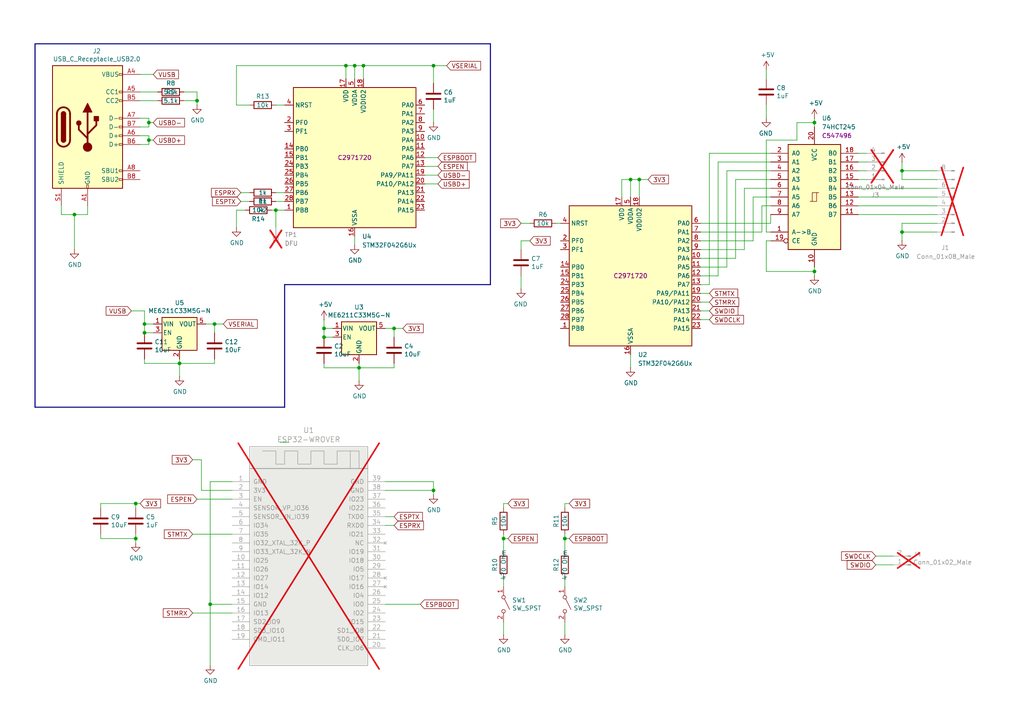
<source format=kicad_sch>
(kicad_sch (version 20250114) (generator "eeschema") (generator_version "9.0")
  (paper "A4")
  (lib_symbols
    (symbol "74xx:74HC245" (pin_names (offset 1.016))
      (property "Reference" "U" (at -7.62 16.51 0))
      (property "Value" "74HC245" (at -7.62 -16.51 0))
      (symbol "74HC245_1_0"
        (polyline (pts (xy -1.27 -1.27) (xy 0.635 -1.27) (xy 0.635 1.27) (xy 1.27 1.27)))
        (polyline (pts (xy -0.635 -1.27) (xy -0.635 1.27) (xy 0.635 1.27)))
        (pin tri_state line (at -12.7 12.7 0) (length 5.08) (name "A0") (number "2"))
        (pin tri_state line (at -12.7 10.16 0) (length 5.08) (name "A1") (number "3"))
        (pin tri_state line (at -12.7 7.62 0) (length 5.08) (name "A2") (number "4"))
        (pin tri_state line (at -12.7 5.08 0) (length 5.08) (name "A3") (number "5"))
        (pin tri_state line (at -12.7 2.54 0) (length 5.08) (name "A4") (number "6"))
        (pin tri_state line (at -12.7 0 0) (length 5.08) (name "A5") (number "7"))
        (pin tri_state line (at -12.7 -2.54 0) (length 5.08) (name "A6") (number "8"))
        (pin tri_state line (at -12.7 -5.08 0) (length 5.08) (name "A7") (number "9"))
        (pin input line (at -12.7 -10.16 0) (length 5.08) (name "A->B") (number "1"))
        (pin input inverted (at -12.7 -12.7 0) (length 5.08) (name "CE") (number "19"))
        (pin power_in line (at 0 20.32 270) (length 5.08) (name "VCC") (number "20"))
        (pin power_in line (at 0 -20.32 90) (length 5.08) (name "GND") (number "10"))
        (pin tri_state line (at 12.7 12.7 180) (length 5.08) (name "B0") (number "18"))
        (pin tri_state line (at 12.7 10.16 180) (length 5.08) (name "B1") (number "17"))
        (pin tri_state line (at 12.7 7.62 180) (length 5.08) (name "B2") (number "16"))
        (pin tri_state line (at 12.7 5.08 180) (length 5.08) (name "B3") (number "15"))
        (pin tri_state line (at 12.7 2.54 180) (length 5.08) (name "B4") (number "14"))
        (pin tri_state line (at 12.7 0 180) (length 5.08) (name "B5") (number "13"))
        (pin tri_state line (at 12.7 -2.54 180) (length 5.08) (name "B6") (number "12"))
        (pin tri_state line (at 12.7 -5.08 180) (length 5.08) (name "B7") (number "11"))
      )
      (symbol "74HC245_1_1"
        (rectangle (start -7.62 15.24) (end 7.62 -15.24) (stroke (width 0.254)) (fill (type background)))
      )
    )
    (symbol "Connector:Conn_01x02_Male" (pin_names (offset 1.016) (hide yes))
      (property "Reference" "J" (at 0 2.54 0))
      (property "Value" "Connector_Conn_01x02_Male" (at 0 -5.08 0))
      (symbol "Conn_01x02_Male_1_1"
        (rectangle (start 0.8636 0.127) (end 0 -0.127) (stroke (width 0.1524)) (fill (type outline)))
        (rectangle (start 0.8636 -2.413) (end 0 -2.667) (stroke (width 0.1524)) (fill (type outline)))
        (polyline (pts (xy 1.27 0) (xy 0.8636 0)) (stroke (width 0.1524)))
        (polyline (pts (xy 1.27 -2.54) (xy 0.8636 -2.54)) (stroke (width 0.1524)))
        (pin passive line (at 5.08 0 180) (length 3.81) (name "Pin_1") (number "1"))
        (pin passive line (at 5.08 -2.54 180) (length 3.81) (name "Pin_2") (number "2"))
      )
    )
    (symbol "Connector:Conn_01x04_Male" (pin_names (offset 1.016) (hide yes))
      (property "Reference" "J" (at 0 5.08 0))
      (property "Value" "Connector_Conn_01x04_Male" (at 0 -7.62 0))
      (symbol "Conn_01x04_Male_1_1"
        (rectangle (start 0.8636 2.667) (end 0 2.413) (stroke (width 0.1524)) (fill (type outline)))
        (rectangle (start 0.8636 0.127) (end 0 -0.127) (stroke (width 0.1524)) (fill (type outline)))
        (rectangle (start 0.8636 -2.413) (end 0 -2.667) (stroke (width 0.1524)) (fill (type outline)))
        (rectangle (start 0.8636 -4.953) (end 0 -5.207) (stroke (width 0.1524)) (fill (type outline)))
        (polyline (pts (xy 1.27 2.54) (xy 0.8636 2.54)) (stroke (width 0.1524)))
        (polyline (pts (xy 1.27 0) (xy 0.8636 0)) (stroke (width 0.1524)))
        (polyline (pts (xy 1.27 -2.54) (xy 0.8636 -2.54)) (stroke (width 0.1524)))
        (polyline (pts (xy 1.27 -5.08) (xy 0.8636 -5.08)) (stroke (width 0.1524)))
        (pin passive line (at 5.08 2.54 180) (length 3.81) (name "Pin_1") (number "1"))
        (pin passive line (at 5.08 0 180) (length 3.81) (name "Pin_2") (number "2"))
        (pin passive line (at 5.08 -2.54 180) (length 3.81) (name "Pin_3") (number "3"))
        (pin passive line (at 5.08 -5.08 180) (length 3.81) (name "Pin_4") (number "4"))
      )
    )
    (symbol "Connector:Conn_01x08_Male" (pin_names (offset 1.016) (hide yes))
      (property "Reference" "J" (at 0 10.16 0))
      (property "Value" "Connector_Conn_01x08_Male" (at 0 -12.7 0))
      (symbol "Conn_01x08_Male_1_1"
        (rectangle (start 0.8636 7.747) (end 0 7.493) (stroke (width 0.1524)) (fill (type outline)))
        (rectangle (start 0.8636 5.207) (end 0 4.953) (stroke (width 0.1524)) (fill (type outline)))
        (rectangle (start 0.8636 2.667) (end 0 2.413) (stroke (width 0.1524)) (fill (type outline)))
        (rectangle (start 0.8636 0.127) (end 0 -0.127) (stroke (width 0.1524)) (fill (type outline)))
        (rectangle (start 0.8636 -2.413) (end 0 -2.667) (stroke (width 0.1524)) (fill (type outline)))
        (rectangle (start 0.8636 -4.953) (end 0 -5.207) (stroke (width 0.1524)) (fill (type outline)))
        (rectangle (start 0.8636 -7.493) (end 0 -7.747) (stroke (width 0.1524)) (fill (type outline)))
        (rectangle (start 0.8636 -10.033) (end 0 -10.287) (stroke (width 0.1524)) (fill (type outline)))
        (polyline (pts (xy 1.27 7.62) (xy 0.8636 7.62)) (stroke (width 0.1524)))
        (polyline (pts (xy 1.27 5.08) (xy 0.8636 5.08)) (stroke (width 0.1524)))
        (polyline (pts (xy 1.27 2.54) (xy 0.8636 2.54)) (stroke (width 0.1524)))
        (polyline (pts (xy 1.27 0) (xy 0.8636 0)) (stroke (width 0.1524)))
        (polyline (pts (xy 1.27 -2.54) (xy 0.8636 -2.54)) (stroke (width 0.1524)))
        (polyline (pts (xy 1.27 -5.08) (xy 0.8636 -5.08)) (stroke (width 0.1524)))
        (polyline (pts (xy 1.27 -7.62) (xy 0.8636 -7.62)) (stroke (width 0.1524)))
        (polyline (pts (xy 1.27 -10.16) (xy 0.8636 -10.16)) (stroke (width 0.1524)))
        (pin passive line (at 5.08 7.62 180) (length 3.81) (name "Pin_1") (number "1"))
        (pin passive line (at 5.08 5.08 180) (length 3.81) (name "Pin_2") (number "2"))
        (pin passive line (at 5.08 2.54 180) (length 3.81) (name "Pin_3") (number "3"))
        (pin passive line (at 5.08 0 180) (length 3.81) (name "Pin_4") (number "4"))
        (pin passive line (at 5.08 -2.54 180) (length 3.81) (name "Pin_5") (number "5"))
        (pin passive line (at 5.08 -5.08 180) (length 3.81) (name "Pin_6") (number "6"))
        (pin passive line (at 5.08 -7.62 180) (length 3.81) (name "Pin_7") (number "7"))
        (pin passive line (at 5.08 -10.16 180) (length 3.81) (name "Pin_8") (number "8"))
      )
    )
    (symbol "Connector:TestPoint" (pin_numbers (hide yes)) (pin_names (offset 0.762) (hide yes))
      (property "Reference" "TP" (at 0 6.858 0))
      (property "Value" "TestPoint" (at 0 5.08 0))
      (symbol "TestPoint_0_1"
        (circle (center 0 3.302) (radius 0.762))
      )
      (symbol "TestPoint_1_1"
        (pin passive line (at 0 0 90) (length 2.54) (name "1") (number "1"))
      )
    )
    (symbol "Connector:USB_C_Receptacle_USB2.0_16P" (pin_names (offset 1.016))
      (property "Reference" "J" (at 0 22.225 0))
      (property "Value" "USB_C_Receptacle_USB2.0_16P" (at 0 19.685 0))
      (symbol "USB_C_Receptacle_USB2.0_16P_0_0"
        (rectangle (start -0.254 -17.78) (end 0.254 -16.764))
        (rectangle (start 10.16 15.494) (end 9.144 14.986))
        (rectangle (start 10.16 10.414) (end 9.144 9.906))
        (rectangle (start 10.16 7.874) (end 9.144 7.366))
        (rectangle (start 10.16 2.794) (end 9.144 2.286))
        (rectangle (start 10.16 0.254) (end 9.144 -0.254))
        (rectangle (start 10.16 -2.286) (end 9.144 -2.794))
        (rectangle (start 10.16 -4.826) (end 9.144 -5.334))
        (rectangle (start 10.16 -12.446) (end 9.144 -12.954))
        (rectangle (start 10.16 -14.986) (end 9.144 -15.494))
      )
      (symbol "USB_C_Receptacle_USB2.0_16P_0_1"
        (rectangle (start -10.16 17.78) (end 10.16 -17.78) (stroke (width 0.254)) (fill (type background)))
        (polyline (pts (xy -8.89 -3.81) (xy -8.89 3.81)) (stroke (width 0.508)))
        (rectangle (start -7.62 -3.81) (end -6.35 3.81) (stroke (width 0.254)) (fill (type outline)))
        (arc (start -7.62 3.81) (mid -6.985 4.4423) (end -6.35 3.81) (stroke (width 0.254)))
        (arc (start -7.62 3.81) (mid -6.985 4.4423) (end -6.35 3.81) (stroke (width 0.254)) (fill (type outline)))
        (arc (start -8.89 3.81) (mid -6.985 5.7067) (end -5.08 3.81) (stroke (width 0.508)))
        (arc (start -5.08 -3.81) (mid -6.985 -5.7067) (end -8.89 -3.81) (stroke (width 0.508)))
        (arc (start -6.35 -3.81) (mid -6.985 -4.4423) (end -7.62 -3.81) (stroke (width 0.254)))
        (arc (start -6.35 -3.81) (mid -6.985 -4.4423) (end -7.62 -3.81) (stroke (width 0.254)) (fill (type outline)))
        (polyline (pts (xy -5.08 3.81) (xy -5.08 -3.81)) (stroke (width 0.508)))
        (circle (center -2.54 1.143) (radius 0.635) (stroke (width 0.254)) (fill (type outline)))
        (polyline (pts (xy -1.27 4.318) (xy 0 6.858) (xy 1.27 4.318) (xy -1.27 4.318)) (stroke (width 0.254)) (fill (type outline)))
        (polyline (pts (xy 0 -2.032) (xy 2.54 0.508) (xy 2.54 1.778)) (stroke (width 0.508)))
        (polyline (pts (xy 0 -3.302) (xy -2.54 -0.762) (xy -2.54 0.508)) (stroke (width 0.508)))
        (polyline (pts (xy 0 -5.842) (xy 0 4.318)) (stroke (width 0.508)))
        (circle (center 0 -5.842) (radius 1.27) (fill (type outline)))
        (rectangle (start 1.905 1.778) (end 3.175 3.048) (stroke (width 0.254)) (fill (type outline)))
      )
      (symbol "USB_C_Receptacle_USB2.0_16P_1_1"
        (pin passive line (at -7.62 -22.86 90) (length 5.08) (name "SHIELD") (number "S1"))
        (pin passive line (at 0 -22.86 90) (length 5.08) (name "GND") (number "A1"))
        (pin passive line (at 0 -22.86 90) (length 5.08) (hide yes) (name "GND") (number "A12"))
        (pin passive line (at 0 -22.86 90) (length 5.08) (hide yes) (name "GND") (number "B1"))
        (pin passive line (at 0 -22.86 90) (length 5.08) (hide yes) (name "GND") (number "B12"))
        (pin passive line (at 15.24 15.24 180) (length 5.08) (name "VBUS") (number "A4"))
        (pin passive line (at 15.24 15.24 180) (length 5.08) (hide yes) (name "VBUS") (number "A9"))
        (pin passive line (at 15.24 15.24 180) (length 5.08) (hide yes) (name "VBUS") (number "B4"))
        (pin passive line (at 15.24 15.24 180) (length 5.08) (hide yes) (name "VBUS") (number "B9"))
        (pin bidirectional line (at 15.24 10.16 180) (length 5.08) (name "CC1") (number "A5"))
        (pin bidirectional line (at 15.24 7.62 180) (length 5.08) (name "CC2") (number "B5"))
        (pin bidirectional line (at 15.24 2.54 180) (length 5.08) (name "D-") (number "A7"))
        (pin bidirectional line (at 15.24 0 180) (length 5.08) (name "D-") (number "B7"))
        (pin bidirectional line (at 15.24 -2.54 180) (length 5.08) (name "D+") (number "A6"))
        (pin bidirectional line (at 15.24 -5.08 180) (length 5.08) (name "D+") (number "B6"))
        (pin bidirectional line (at 15.24 -12.7 180) (length 5.08) (name "SBU1") (number "A8"))
        (pin bidirectional line (at 15.24 -15.24 180) (length 5.08) (name "SBU2") (number "B8"))
      )
    )
    (symbol "Device:C" (pin_numbers (hide yes)) (pin_names (offset 0.254))
      (property "Reference" "C" (at 0.635 2.54 0))
      (property "Value" "C" (at 0.635 -2.54 0))
      (symbol "C_0_1"
        (polyline (pts (xy -2.032 0.762) (xy 2.032 0.762)) (stroke (width 0.508)))
        (polyline (pts (xy -2.032 -0.762) (xy 2.032 -0.762)) (stroke (width 0.508)))
      )
      (symbol "C_1_1"
        (pin passive line (at 0 3.81 270) (length 2.794) (name "~") (number "1"))
        (pin passive line (at 0 -3.81 90) (length 2.794) (name "~") (number "2"))
      )
    )
    (symbol "Device:R" (pin_numbers (hide yes)) (pin_names (offset 0))
      (property "Reference" "R" (at 2.032 0 90))
      (property "Value" "R" (at 0 0 90))
      (symbol "R_0_1"
        (rectangle (start -1.016 -2.54) (end 1.016 2.54) (stroke (width 0.254)))
      )
      (symbol "R_1_1"
        (pin passive line (at 0 3.81 270) (length 1.27) (name "~") (number "1"))
        (pin passive line (at 0 -3.81 90) (length 1.27) (name "~") (number "2"))
      )
    )
    (symbol "MCU_ST_STM32F0:STM32F042G6Ux"
      (property "Reference" "U" (at -17.78 21.59 0))
      (property "Value" "STM32F042G6Ux" (at 5.08 21.59 0))
      (symbol "STM32F042G6Ux_0_1"
        (rectangle (start -17.78 -20.32) (end 17.78 20.32) (stroke (width 0.254)) (fill (type background)))
      )
      (symbol "STM32F042G6Ux_1_1"
        (pin input line (at -20.32 15.24 0) (length 2.54) (name "NRST") (number "4"))
        (pin bidirectional line (at -20.32 10.16 0) (length 2.54) (name "PF0") (number "2"))
        (pin bidirectional line (at -20.32 7.62 0) (length 2.54) (name "PF1") (number "3"))
        (pin bidirectional line (at -20.32 2.54 0) (length 2.54) (name "PB0") (number "14"))
        (pin bidirectional line (at -20.32 0 0) (length 2.54) (name "PB1") (number "15"))
        (pin bidirectional line (at -20.32 -2.54 0) (length 2.54) (name "PB3") (number "24"))
        (pin bidirectional line (at -20.32 -5.08 0) (length 2.54) (name "PB4") (number "25"))
        (pin bidirectional line (at -20.32 -7.62 0) (length 2.54) (name "PB5") (number "26"))
        (pin bidirectional line (at -20.32 -10.16 0) (length 2.54) (name "PB6") (number "27"))
        (pin bidirectional line (at -20.32 -12.7 0) (length 2.54) (name "PB7") (number "28"))
        (pin bidirectional line (at -20.32 -15.24 0) (length 2.54) (name "PB8") (number "1"))
        (pin power_in line (at -2.54 22.86 270) (length 2.54) (name "VDD") (number "17"))
        (pin power_in line (at 0 22.86 270) (length 2.54) (name "VDDA") (number "5"))
        (pin power_in line (at 0 -22.86 90) (length 2.54) (name "VSSA") (number "16"))
        (pin power_in line (at 2.54 22.86 270) (length 2.54) (name "VDDIO2") (number "18"))
        (pin bidirectional line (at 20.32 15.24 180) (length 2.54) (name "PA0") (number "6"))
        (pin bidirectional line (at 20.32 12.7 180) (length 2.54) (name "PA1") (number "7"))
        (pin bidirectional line (at 20.32 10.16 180) (length 2.54) (name "PA2") (number "8"))
        (pin bidirectional line (at 20.32 7.62 180) (length 2.54) (name "PA3") (number "9"))
        (pin bidirectional line (at 20.32 5.08 180) (length 2.54) (name "PA4") (number "10"))
        (pin bidirectional line (at 20.32 2.54 180) (length 2.54) (name "PA5") (number "11"))
        (pin bidirectional line (at 20.32 0 180) (length 2.54) (name "PA6") (number "12"))
        (pin bidirectional line (at 20.32 -2.54 180) (length 2.54) (name "PA7") (number "13"))
        (pin bidirectional line (at 20.32 -5.08 180) (length 2.54) (name "PA9/PA11") (number "19"))
        (pin bidirectional line (at 20.32 -7.62 180) (length 2.54) (name "PA10/PA12") (number "20"))
        (pin bidirectional line (at 20.32 -10.16 180) (length 2.54) (name "PA13") (number "21"))
        (pin bidirectional line (at 20.32 -12.7 180) (length 2.54) (name "PA14") (number "22"))
        (pin bidirectional line (at 20.32 -15.24 180) (length 2.54) (name "PA15") (number "23"))
      )
    )
    (symbol "Regulator_Linear:AP2112K-3.3" (pin_names (offset 0.254))
      (property "Reference" "U" (at -5.08 5.715 0))
      (property "Value" "AP2112K-3.3" (at 0 5.715 0))
      (symbol "AP2112K-3.3_0_1"
        (rectangle (start -5.08 4.445) (end 5.08 -5.08) (stroke (width 0.254)) (fill (type background)))
      )
      (symbol "AP2112K-3.3_1_1"
        (pin power_in line (at -7.62 2.54 0) (length 2.54) (name "VIN") (number "1"))
        (pin input line (at -7.62 0 0) (length 2.54) (name "EN") (number "3"))
        (pin power_in line (at 0 -7.62 90) (length 2.54) (name "GND") (number "2"))
        (pin no_connect line (at 5.08 0 180) (length 2.54) (hide yes) (name "NC") (number "4"))
        (pin power_out line (at 7.62 2.54 180) (length 2.54) (name "VOUT") (number "5"))
      )
    )
    (symbol "Switch:SW_SPST" (pin_names (offset 0) (hide yes))
      (property "Reference" "SW" (at 0 3.175 0))
      (property "Value" "SW_SPST" (at 0 -2.54 0))
      (symbol "SW_SPST_0_0"
        (circle (center -2.032 0) (radius 0.508))
        (polyline (pts (xy -1.524 0.254) (xy 1.524 1.778)))
        (circle (center 2.032 0) (radius 0.508))
      )
      (symbol "SW_SPST_1_1"
        (pin passive line (at -5.08 0 0) (length 2.54) (name "A") (number "1"))
        (pin passive line (at 5.08 0 180) (length 2.54) (name "B") (number "2"))
      )
    )
    (symbol "esp32-wrover:ESP32-WROVER" (pin_names (offset 1.016))
      (property "Reference" "U" (at -15.24 -33.02 0))
      (property "Value" "esp32-wrover_ESP32-WROVER" (at 6.35 -33.02 0))
      (symbol "ESP32-WROVER_0_1"
        (rectangle (start -17.78 29.21) (end 16.51 22.86) (fill (type background)))
        (rectangle (start -17.78 22.86) (end 16.51 -34.29) (fill (type background)))
        (polyline (pts (xy -13.97 27.94) (xy -10.16 27.94) (xy -10.16 24.13) (xy -7.62 24.13) (xy -7.62 27.94) (xy -3.81 27.94) (xy -3.81 24.13) (xy 0 24.13) (xy 0 27.94) (xy 3.81 27.94) (xy 3.81 24.13) (xy 7.62 24.13) (xy 7.62 27.94) (xy 11.43 27.94) (xy 11.43 22.86)))
        (polyline (pts (xy 11.43 27.94) (xy 13.97 27.94) (xy 13.97 22.86)))
      )
      (symbol "ESP32-WROVER_1_1"
        (pin power_in line (at -22.86 19.05 0) (length 5.08) (name "GND") (number "1"))
        (pin power_in line (at -22.86 16.51 0) (length 5.08) (name "3V3") (number "2"))
        (pin input line (at -22.86 13.97 0) (length 5.08) (name "EN") (number "3"))
        (pin input line (at -22.86 11.43 0) (length 5.08) (name "SENSOR_VP_IO36") (number "4"))
        (pin input line (at -22.86 8.89 0) (length 5.08) (name "SENSOR_VN_IO39") (number "5"))
        (pin input line (at -22.86 6.35 0) (length 5.08) (name "IO34") (number "6"))
        (pin input line (at -22.86 3.81 0) (length 5.08) (name "IO35") (number "7"))
        (pin bidirectional line (at -22.86 1.27 0) (length 5.08) (name "IO32_XTAL_32K_P") (number "8"))
        (pin bidirectional line (at -22.86 -1.27 0) (length 5.08) (name "IO33_XTAL_32K_N") (number "9"))
        (pin bidirectional line (at -22.86 -3.81 0) (length 5.08) (name "IO25") (number "10"))
        (pin bidirectional line (at -22.86 -6.35 0) (length 5.08) (name "IO26") (number "11"))
        (pin bidirectional line (at -22.86 -8.89 0) (length 5.08) (name "IO27") (number "12"))
        (pin bidirectional line (at -22.86 -11.43 0) (length 5.08) (name "IO14") (number "13"))
        (pin bidirectional line (at -22.86 -13.97 0) (length 5.08) (name "IO12") (number "14"))
        (pin power_in line (at -22.86 -16.51 0) (length 5.08) (name "GND") (number "15"))
        (pin bidirectional line (at -22.86 -19.05 0) (length 5.08) (name "IO13") (number "16"))
        (pin bidirectional line (at -22.86 -21.59 0) (length 5.08) (name "SD2_IO9") (number "17"))
        (pin bidirectional line (at -22.86 -24.13 0) (length 5.08) (name "SD3_IO10") (number "18"))
        (pin bidirectional line (at -22.86 -26.67 0) (length 5.08) (name "CMD_IO11") (number "19"))
        (pin power_in line (at 21.59 19.05 180) (length 5.08) (name "GND") (number "39"))
        (pin power_in line (at 21.59 16.51 180) (length 5.08) (name "GND") (number "38"))
        (pin bidirectional line (at 21.59 13.97 180) (length 5.08) (name "IO23") (number "37"))
        (pin bidirectional line (at 21.59 11.43 180) (length 5.08) (name "IO22") (number "36"))
        (pin output line (at 21.59 8.89 180) (length 5.08) (name "TXD0") (number "35"))
        (pin input line (at 21.59 6.35 180) (length 5.08) (name "RXD0") (number "34"))
        (pin bidirectional line (at 21.59 3.81 180) (length 5.08) (name "IO21") (number "33"))
        (pin no_connect line (at 21.59 1.27 180) (length 5.08) (name "NC") (number "32"))
        (pin bidirectional line (at 21.59 -1.27 180) (length 5.08) (name "IO19") (number "31"))
        (pin bidirectional line (at 21.59 -3.81 180) (length 5.08) (name "IO18") (number "30"))
        (pin bidirectional line (at 21.59 -6.35 180) (length 5.08) (name "IO5") (number "29"))
        (pin no_connect line (at 21.59 -8.89 180) (length 5.08) (name "IO17") (number "28"))
        (pin no_connect line (at 21.59 -11.43 180) (length 5.08) (name "IO16") (number "27"))
        (pin bidirectional line (at 21.59 -13.97 180) (length 5.08) (name "IO4") (number "26"))
        (pin bidirectional line (at 21.59 -16.51 180) (length 5.08) (name "IO0") (number "25"))
        (pin bidirectional line (at 21.59 -19.05 180) (length 5.08) (name "IO2") (number "24"))
        (pin bidirectional line (at 21.59 -21.59 180) (length 5.08) (name "IO15") (number "23"))
        (pin bidirectional line (at 21.59 -24.13 180) (length 5.08) (name "SD1_IO8") (number "22"))
        (pin bidirectional line (at 21.59 -26.67 180) (length 5.08) (name "SD0_IO7") (number "21"))
        (pin bidirectional line (at 21.59 -29.21 180) (length 5.08) (name "CLK_IO6") (number "20"))
      )
    )
    (symbol "power:+5V" (power) (pin_numbers (hide yes)) (pin_names (offset 0) (hide yes))
      (property "Value" "+5V" (at 0 3.556 0))
      (symbol "+5V_0_1"
        (polyline (pts (xy -0.762 1.27) (xy 0 2.54)))
        (polyline (pts (xy 0 2.54) (xy 0.762 1.27)))
        (polyline (pts (xy 0 0) (xy 0 2.54)))
      )
      (symbol "+5V_1_1"
        (pin power_in line (at 0 0 90) (length 0) (name "~") (number "1"))
      )
    )
    (symbol "power:GND" (power) (pin_numbers (hide yes)) (pin_names (offset 0) (hide yes))
      (property "Value" "GND" (at 0 -3.81 0))
      (symbol "GND_0_1"
        (polyline (pts (xy 0 0) (xy 0 -1.27) (xy 1.27 -1.27) (xy 0 -2.54) (xy -1.27 -1.27) (xy 0 -1.27)))
      )
      (symbol "GND_1_1"
        (pin power_in line (at 0 0 270) (length 0) (name "~") (number "1"))
      )
    )
  )
  (junction (at 185.42 52.07))
  (junction (at 93.98 97.79))
  (junction (at 261.62 67.31))
  (junction (at 236.22 35.56))
  (junction (at 57.15 29.21))
  (junction (at 100.33 19.05))
  (junction (at 105.41 19.05))
  (junction (at 52.07 105.41))
  (junction (at 80.01 60.96))
  (junction (at 125.73 19.05))
  (junction (at 41.91 93.98))
  (junction (at 93.98 95.25))
  (junction (at 104.14 106.68))
  (junction (at 114.3 95.25))
  (junction (at 163.83 156.21))
  (junction (at 39.37 156.21))
  (junction (at 39.37 146.05))
  (junction (at 43.18 40.64))
  (junction (at 146.05 156.21))
  (junction (at 182.88 52.07))
  (junction (at 60.96 175.26))
  (junction (at 43.18 35.56))
  (junction (at 102.87 19.05))
  (junction (at 261.62 49.53))
  (junction (at 21.59 62.23))
  (junction (at 62.23 93.98))
  (junction (at 125.73 142.24))
  (junction (at 236.22 78.74))
  (junction (at 41.91 96.52))
  (wire (pts (xy 43.18 35.56) (xy 43.18 36.83)))
  (wire (pts (xy 17.78 62.23) (xy 21.59 62.23)))
  (wire (pts (xy 111.76 95.25) (xy 114.3 95.25)))
  (wire (pts (xy 163.83 154.94) (xy 163.83 156.21)))
  (wire (pts (xy 248.92 52.07) (xy 251.46 52.07)))
  (wire (pts (xy 41.91 90.17) (xy 41.91 93.98)))
  (wire (pts (xy 114.3 152.4) (xy 111.76 152.4)))
  (wire (pts (xy 40.64 34.29) (xy 43.18 34.29)))
  (wire (pts (xy 203.2 80.01) (xy 208.28 80.01)))
  (wire (pts (xy 125.73 139.7) (xy 125.73 142.24)))
  (wire (pts (xy 123.19 53.34) (xy 127 53.34)))
  (wire (pts (xy 41.91 105.41) (xy 41.91 104.14)))
  (wire (pts (xy 55.88 177.8) (xy 67.31 177.8)))
  (wire (pts (xy 146.05 156.21) (xy 146.05 160.02)))
  (wire (pts (xy 60.96 175.26) (xy 60.96 193.04)))
  (wire (pts (xy 146.05 154.94) (xy 146.05 156.21)))
  (wire (pts (xy 185.42 52.07) (xy 187.96 52.07)))
  (wire (pts (xy 236.22 78.74) (xy 236.22 80.01)))
  (wire (pts (xy 68.58 66.04) (xy 68.58 60.96)))
  (wire (pts (xy 222.25 40.64) (xy 231.14 40.64)))
  (wire (pts (xy 57.15 29.21) (xy 57.15 30.48)))
  (wire (pts (xy 52.07 104.14) (xy 52.07 105.41)))
  (bus (pts (xy 10.16 118.11) (xy 82.55 118.11)))
  (wire (pts (xy 203.2 67.31) (xy 220.98 67.31)))
  (wire (pts (xy 39.37 146.05) (xy 29.21 146.05)))
  (wire (pts (xy 248.92 59.69) (xy 271.78 59.69)))
  (wire (pts (xy 67.31 144.78) (xy 57.15 144.78)))
  (wire (pts (xy 163.83 156.21) (xy 163.83 160.02)))
  (wire (pts (xy 153.67 69.85) (xy 151.13 69.85)))
  (wire (pts (xy 114.3 95.25) (xy 114.3 97.79)))
  (wire (pts (xy 203.2 82.55) (xy 205.74 82.55)))
  (wire (pts (xy 223.52 69.85) (xy 222.25 69.85)))
  (wire (pts (xy 39.37 156.21) (xy 39.37 157.48)))
  (wire (pts (xy 254 161.29) (xy 259.08 161.29)))
  (wire (pts (xy 102.87 19.05) (xy 105.41 19.05)))
  (wire (pts (xy 102.87 68.58) (xy 102.87 71.12)))
  (bus (pts (xy 10.16 12.7) (xy 10.16 118.11)))
  (bus (pts (xy 142.24 12.7) (xy 10.16 12.7)))
  (wire (pts (xy 53.34 26.67) (xy 57.15 26.67)))
  (wire (pts (xy 96.52 95.25) (xy 93.98 95.25)))
  (wire (pts (xy 53.34 29.21) (xy 57.15 29.21)))
  (wire (pts (xy 80.01 55.88) (xy 82.55 55.88)))
  (wire (pts (xy 165.1 156.21) (xy 163.83 156.21)))
  (wire (pts (xy 93.98 106.68) (xy 93.98 105.41)))
  (wire (pts (xy 248.92 57.15) (xy 271.78 57.15)))
  (wire (pts (xy 111.76 175.26) (xy 121.92 175.26)))
  (wire (pts (xy 236.22 35.56) (xy 236.22 36.83)))
  (wire (pts (xy 44.45 93.98) (xy 41.91 93.98)))
  (wire (pts (xy 116.84 95.25) (xy 114.3 95.25)))
  (wire (pts (xy 57.15 26.67) (xy 57.15 29.21)))
  (wire (pts (xy 68.58 19.05) (xy 100.33 19.05)))
  (wire (pts (xy 125.73 19.05) (xy 129.54 19.05)))
  (wire (pts (xy 203.2 72.39) (xy 215.9 72.39)))
  (wire (pts (xy 222.25 67.31) (xy 222.25 40.64)))
  (wire (pts (xy 222.25 78.74) (xy 236.22 78.74)))
  (wire (pts (xy 21.59 62.23) (xy 21.59 72.39)))
  (wire (pts (xy 220.98 59.69) (xy 220.98 67.31)))
  (wire (pts (xy 222.25 20.32) (xy 222.25 22.86)))
  (wire (pts (xy 43.18 40.64) (xy 44.45 40.64)))
  (wire (pts (xy 55.88 154.94) (xy 67.31 154.94)))
  (wire (pts (xy 215.9 54.61) (xy 215.9 72.39)))
  (wire (pts (xy 72.39 30.48) (xy 68.58 30.48)))
  (wire (pts (xy 39.37 154.94) (xy 39.37 156.21)))
  (wire (pts (xy 93.98 95.25) (xy 93.98 97.79)))
  (wire (pts (xy 43.18 39.37) (xy 40.64 39.37)))
  (wire (pts (xy 96.52 97.79) (xy 93.98 97.79)))
  (wire (pts (xy 182.88 52.07) (xy 182.88 57.15)))
  (wire (pts (xy 222.25 69.85) (xy 222.25 78.74)))
  (wire (pts (xy 236.22 34.29) (xy 236.22 35.56)))
  (wire (pts (xy 261.62 67.31) (xy 271.78 67.31)))
  (wire (pts (xy 39.37 146.05) (xy 39.37 147.32)))
  (wire (pts (xy 60.96 139.7) (xy 60.96 175.26)))
  (wire (pts (xy 231.14 35.56) (xy 236.22 35.56)))
  (wire (pts (xy 261.62 46.99) (xy 261.62 49.53)))
  (wire (pts (xy 80.01 30.48) (xy 82.55 30.48)))
  (wire (pts (xy 25.4 62.23) (xy 25.4 59.69)))
  (wire (pts (xy 43.18 34.29) (xy 43.18 35.56)))
  (wire (pts (xy 205.74 44.45) (xy 205.74 82.55)))
  (wire (pts (xy 105.41 22.86) (xy 105.41 19.05)))
  (wire (pts (xy 111.76 142.24) (xy 125.73 142.24)))
  (wire (pts (xy 80.01 60.96) (xy 80.01 66.04)))
  (wire (pts (xy 248.92 49.53) (xy 251.46 49.53)))
  (wire (pts (xy 213.36 52.07) (xy 213.36 74.93)))
  (wire (pts (xy 151.13 80.01) (xy 151.13 83.82)))
  (wire (pts (xy 58.42 142.24) (xy 67.31 142.24)))
  (wire (pts (xy 62.23 93.98) (xy 62.23 96.52)))
  (wire (pts (xy 114.3 149.86) (xy 111.76 149.86)))
  (wire (pts (xy 147.32 146.05) (xy 146.05 146.05)))
  (wire (pts (xy 151.13 64.77) (xy 153.67 64.77)))
  (wire (pts (xy 163.83 146.05) (xy 163.83 147.32)))
  (wire (pts (xy 102.87 22.86) (xy 102.87 19.05)))
  (wire (pts (xy 203.2 77.47) (xy 210.82 77.47)))
  (wire (pts (xy 62.23 104.14) (xy 62.23 105.41)))
  (wire (pts (xy 67.31 175.26) (xy 60.96 175.26)))
  (wire (pts (xy 261.62 64.77) (xy 271.78 64.77)))
  (wire (pts (xy 261.62 49.53) (xy 261.62 52.07)))
  (wire (pts (xy 236.22 77.47) (xy 236.22 78.74)))
  (wire (pts (xy 40.64 146.05) (xy 39.37 146.05)))
  (wire (pts (xy 125.73 31.75) (xy 125.73 35.56)))
  (wire (pts (xy 58.42 133.35) (xy 58.42 142.24)))
  (wire (pts (xy 40.64 21.59) (xy 44.45 21.59)))
  (wire (pts (xy 223.52 67.31) (xy 222.25 67.31)))
  (bus (pts (xy -31.75 -25.4) (xy -29.21 -22.86)))
  (wire (pts (xy 68.58 30.48) (xy 68.58 19.05)))
  (wire (pts (xy 261.62 67.31) (xy 261.62 64.77)))
  (wire (pts (xy 29.21 146.05) (xy 29.21 147.32)))
  (wire (pts (xy 123.19 45.72) (xy 127 45.72)))
  (wire (pts (xy 104.14 110.49) (xy 104.14 106.68)))
  (wire (pts (xy 114.3 105.41) (xy 114.3 106.68)))
  (wire (pts (xy 222.25 30.48) (xy 222.25 34.29)))
  (wire (pts (xy 80.01 60.96) (xy 82.55 60.96)))
  (wire (pts (xy 218.44 57.15) (xy 223.52 57.15)))
  (wire (pts (xy 78.74 60.96) (xy 80.01 60.96)))
  (wire (pts (xy 81.28 128.27) (xy 83.82 128.27)))
  (wire (pts (xy 248.92 54.61) (xy 271.78 54.61)))
  (wire (pts (xy 100.33 19.05) (xy 102.87 19.05)))
  (wire (pts (xy 41.91 93.98) (xy 41.91 96.52)))
  (wire (pts (xy 100.33 22.86) (xy 100.33 19.05)))
  (wire (pts (xy 203.2 69.85) (xy 218.44 69.85)))
  (wire (pts (xy 146.05 167.64) (xy 146.05 170.18)))
  (wire (pts (xy 203.2 74.93) (xy 213.36 74.93)))
  (wire (pts (xy 161.29 64.77) (xy 162.56 64.77)))
  (wire (pts (xy 67.31 139.7) (xy 60.96 139.7)))
  (wire (pts (xy 208.28 46.99) (xy 208.28 80.01)))
  (wire (pts (xy 203.2 64.77) (xy 223.52 64.77)))
  (wire (pts (xy 17.78 59.69) (xy 17.78 62.23)))
  (wire (pts (xy 80.01 58.42) (xy 82.55 58.42)))
  (wire (pts (xy 208.28 46.99) (xy 223.52 46.99)))
  (wire (pts (xy 223.52 62.23) (xy 223.52 64.77)))
  (wire (pts (xy 231.14 40.64) (xy 231.14 35.56)))
  (wire (pts (xy 213.36 52.07) (xy 223.52 52.07)))
  (wire (pts (xy 218.44 57.15) (xy 218.44 69.85)))
  (wire (pts (xy 182.88 102.87) (xy 182.88 106.68)))
  (wire (pts (xy 72.39 55.88) (xy 69.85 55.88)))
  (wire (pts (xy 248.92 44.45) (xy 251.46 44.45)))
  (wire (pts (xy 205.74 87.63) (xy 203.2 87.63)))
  (wire (pts (xy 205.74 44.45) (xy 223.52 44.45)))
  (wire (pts (xy 210.82 49.53) (xy 210.82 77.47)))
  (wire (pts (xy 125.73 19.05) (xy 125.73 24.13)))
  (wire (pts (xy 210.82 49.53) (xy 223.52 49.53)))
  (wire (pts (xy 105.41 19.05) (xy 125.73 19.05)))
  (wire (pts (xy 248.92 46.99) (xy 251.46 46.99)))
  (wire (pts (xy 21.59 62.23) (xy 25.4 62.23)))
  (wire (pts (xy 29.21 154.94) (xy 29.21 156.21)))
  (wire (pts (xy 205.74 90.17) (xy 203.2 90.17)))
  (wire (pts (xy 40.64 29.21) (xy 45.72 29.21)))
  (wire (pts (xy 104.14 106.68) (xy 93.98 106.68)))
  (wire (pts (xy 52.07 109.22) (xy 52.07 105.41)))
  (wire (pts (xy 163.83 167.64) (xy 163.83 170.18)))
  (wire (pts (xy 43.18 40.64) (xy 43.18 39.37)))
  (wire (pts (xy 69.85 58.42) (xy 72.39 58.42)))
  (wire (pts (xy 261.62 67.31) (xy 261.62 69.85)))
  (wire (pts (xy 261.62 49.53) (xy 271.78 49.53)))
  (wire (pts (xy 52.07 105.41) (xy 41.91 105.41)))
  (wire (pts (xy 205.74 85.09) (xy 203.2 85.09)))
  (wire (pts (xy 205.74 92.71) (xy 203.2 92.71)))
  (wire (pts (xy 59.69 93.98) (xy 62.23 93.98)))
  (wire (pts (xy 29.21 156.21) (xy 39.37 156.21)))
  (wire (pts (xy 43.18 35.56) (xy 44.45 35.56)))
  (wire (pts (xy 125.73 142.24) (xy 125.73 143.51)))
  (wire (pts (xy 68.58 60.96) (xy 71.12 60.96)))
  (wire (pts (xy 40.64 36.83) (xy 43.18 36.83)))
  (bus (pts (xy 82.55 118.11) (xy 82.55 82.55)))
  (wire (pts (xy 38.1 90.17) (xy 41.91 90.17)))
  (wire (pts (xy 254 163.83) (xy 259.08 163.83)))
  (wire (pts (xy 40.64 26.67) (xy 45.72 26.67)))
  (wire (pts (xy 93.98 92.71) (xy 93.98 95.25)))
  (wire (pts (xy 163.83 180.34) (xy 163.83 184.15)))
  (wire (pts (xy 62.23 105.41) (xy 52.07 105.41)))
  (wire (pts (xy 114.3 106.68) (xy 104.14 106.68)))
  (wire (pts (xy 104.14 105.41) (xy 104.14 106.68)))
  (wire (pts (xy 43.18 41.91) (xy 43.18 40.64)))
  (wire (pts (xy 248.92 62.23) (xy 271.78 62.23)))
  (wire (pts (xy 55.88 133.35) (xy 58.42 133.35)))
  (wire (pts (xy 146.05 180.34) (xy 146.05 184.15)))
  (wire (pts (xy 180.34 52.07) (xy 182.88 52.07)))
  (wire (pts (xy 111.76 139.7) (xy 125.73 139.7)))
  (bus (pts (xy 82.55 82.55) (xy 142.24 82.55)))
  (wire (pts (xy 261.62 52.07) (xy 271.78 52.07)))
  (wire (pts (xy 40.64 41.91) (xy 43.18 41.91)))
  (wire (pts (xy 151.13 69.85) (xy 151.13 72.39)))
  (wire (pts (xy 44.45 96.52) (xy 41.91 96.52)))
  (wire (pts (xy 185.42 52.07) (xy 185.42 57.15)))
  (wire (pts (xy 182.88 52.07) (xy 185.42 52.07)))
  (wire (pts (xy 147.32 156.21) (xy 146.05 156.21)))
  (wire (pts (xy 64.77 93.98) (xy 62.23 93.98)))
  (wire (pts (xy 146.05 146.05) (xy 146.05 147.32)))
  (wire (pts (xy 220.98 59.69) (xy 223.52 59.69)))
  (bus (pts (xy 142.24 82.55) (xy 142.24 12.7)))
  (wire (pts (xy 215.9 54.61) (xy 223.52 54.61)))
  (wire (pts (xy 165.1 146.05) (xy 163.83 146.05)))
  (wire (pts (xy 123.19 50.8) (xy 127 50.8)))
  (wire (pts (xy 180.34 52.07) (xy 180.34 57.15)))
  (wire (pts (xy 123.19 48.26) (xy 127 48.26)))
  (global_label "ESPRX" (shape input) (at 69.85 55.88 180) (property "Intersheetrefs" "${INTERSHEET_REFS}" (effects (hide yes))))
  (global_label "STMRX" (shape input) (at 205.74 87.63 0) (property "Intersheetrefs" "${INTERSHEET_REFS}" (effects (hide yes))))
  (global_label "SWDCLK" (shape input) (at 205.74 92.71 0) (property "Intersheetrefs" "${INTERSHEET_REFS}" (effects (hide yes))))
  (global_label "STMTX" (shape input) (at 55.88 154.94 180) (property "Intersheetrefs" "${INTERSHEET_REFS}" (effects (hide yes))))
  (global_label "ESPTX" (shape input) (at 69.85 58.42 180) (property "Intersheetrefs" "${INTERSHEET_REFS}" (effects (hide yes))))
  (global_label "VSERIAL" (shape input) (at 129.54 19.05 0) (property "Intersheetrefs" "${INTERSHEET_REFS}" (effects (hide yes))))
  (global_label "SWDIO" (shape input) (at 205.74 90.17 0) (property "Intersheetrefs" "${INTERSHEET_REFS}" (effects (hide yes))))
  (global_label "3V3" (shape input) (at 147.32 146.05 0) (property "Intersheetrefs" "${INTERSHEET_REFS}" (effects (hide yes))))
  (global_label "ESPEN" (shape input) (at 147.32 156.21 0) (property "Intersheetrefs" "${INTERSHEET_REFS}" (effects (hide yes))))
  (global_label "SWDIO" (shape input) (at 254 163.83 180) (property "Intersheetrefs" "${INTERSHEET_REFS}" (effects (hide yes))))
  (global_label "USBD+" (shape input) (at 127 53.34 0) (property "Intersheetrefs" "${INTERSHEET_REFS}" (effects (hide yes))))
  (global_label "VUSB" (shape input) (at 44.45 21.59 0) (property "Intersheetrefs" "${INTERSHEET_REFS}" (effects (hide yes))))
  (global_label "ESPBOOT" (shape input) (at 127 45.72 0) (property "Intersheetrefs" "${INTERSHEET_REFS}" (effects (hide yes))))
  (global_label "VSERIAL" (shape input) (at 64.77 93.98 0) (property "Intersheetrefs" "${INTERSHEET_REFS}" (effects (hide yes))))
  (global_label "SWDCLK" (shape input) (at 254 161.29 180) (property "Intersheetrefs" "${INTERSHEET_REFS}" (effects (hide yes))))
  (global_label "3V3" (shape input) (at 151.13 64.77 180) (property "Intersheetrefs" "${INTERSHEET_REFS}" (effects (hide yes))))
  (global_label "ESPTX" (shape input) (at 114.3 149.86 0) (property "Intersheetrefs" "${INTERSHEET_REFS}" (effects (hide yes))))
  (global_label "ESPRX" (shape input) (at 114.3 152.4 0) (property "Intersheetrefs" "${INTERSHEET_REFS}" (effects (hide yes))))
  (global_label "ESPEN" (shape input) (at 127 48.26 0) (property "Intersheetrefs" "${INTERSHEET_REFS}" (effects (hide yes))))
  (global_label "USBD-" (shape input) (at 127 50.8 0) (property "Intersheetrefs" "${INTERSHEET_REFS}" (effects (hide yes))))
  (global_label "3V3" (shape input) (at 40.64 146.05 0) (property "Intersheetrefs" "${INTERSHEET_REFS}" (effects (hide yes))))
  (global_label "3V3" (shape input) (at 187.96 52.07 0) (property "Intersheetrefs" "${INTERSHEET_REFS}" (effects (hide yes))))
  (global_label "ESPBOOT" (shape input) (at 121.92 175.26 0) (property "Intersheetrefs" "${INTERSHEET_REFS}" (effects (hide yes))))
  (global_label "ESPBOOT" (shape input) (at 165.1 156.21 0) (property "Intersheetrefs" "${INTERSHEET_REFS}" (effects (hide yes))))
  (global_label "3V3" (shape input) (at 165.1 146.05 0) (property "Intersheetrefs" "${INTERSHEET_REFS}" (effects (hide yes))))
  (global_label "STMTX" (shape input) (at 205.74 85.09 0) (property "Intersheetrefs" "${INTERSHEET_REFS}" (effects (hide yes))))
  (global_label "VUSB" (shape input) (at 38.1 90.17 180) (property "Intersheetrefs" "${INTERSHEET_REFS}" (effects (hide yes))))
  (global_label "USBD-" (shape input) (at 44.45 35.56 0) (property "Intersheetrefs" "${INTERSHEET_REFS}" (effects (hide yes))))
  (global_label "STMRX" (shape input) (at 55.88 177.8 180) (property "Intersheetrefs" "${INTERSHEET_REFS}" (effects (hide yes))))
  (global_label "3V3" (shape input) (at 55.88 133.35 180) (property "Intersheetrefs" "${INTERSHEET_REFS}" (effects (hide yes))))
  (global_label "USBD+" (shape input) (at 44.45 40.64 0) (property "Intersheetrefs" "${INTERSHEET_REFS}" (effects (hide yes))))
  (global_label "ESPEN" (shape input) (at 57.15 144.78 180) (property "Intersheetrefs" "${INTERSHEET_REFS}" (effects (hide yes))))
  (global_label "3V3" (shape input) (at 116.84 95.25 0) (property "Intersheetrefs" "${INTERSHEET_REFS}" (effects (hide yes))))
  (global_label "3V3" (shape input) (at 153.67 69.85 0) (property "Intersheetrefs" "${INTERSHEET_REFS}" (effects (hide yes))))
  (symbol (lib_id "esp32-wrover:ESP32-WROVER") (at 90.17 158.75 0) (unit 1) (dnp yes)
    (property "Reference" "U1" (at 89.535 124.7902 0) (effects (font (size 1.524 1.524))))
    (property "Value" "ESP32-WROVER" (at 89.535 127.4826 0) (effects (font (size 1.524 1.524))))
    (property "Footprint" "esp32-wrover:XCVR_ESP32-WROVER" (effects (hide yes)))
  )
  (symbol (lib_id "Connector:Conn_01x08_Male") (at 276.86 59.69 180) (unit 1) (dnp yes)
    (property "Reference" "J1" (at 274.1676 71.8312 0))
    (property "Value" "Conn_01x08_Male" (at 274.32 74.422 0))
    (property "Footprint" "Connector_PinHeader_2.54mm:PinHeader_1x08_P2.54mm_Vertical" (effects (hide yes)))
  )
  (symbol (lib_id "Connector:Conn_01x04_Male") (at 256.54 49.53 180) (unit 1) (dnp yes)
    (property "Reference" "J3" (at 253.8476 56.5912 0))
    (property "Value" "Conn_01x04_Male" (at 253.8476 54.2798 0))
    (property "Footprint" "Connector_PinHeader_2.54mm:PinHeader_1x04_P2.54mm_Vertical" (effects (hide yes)))
  )
  (symbol (lib_id "power:GND") (at 261.62 69.85 0) (unit 1)
    (property "Reference" "#PWR0101" (effects (hide yes)))
    (property "Value" "GND" (at 261.747 74.2442 0))
  )
  (symbol (lib_id "power:+5V") (at 261.62 46.99 0) (unit 1)
    (property "Reference" "#PWR0102" (effects (hide yes)))
    (property "Value" "+5V" (at 262.001 42.5958 0))
  )
  (symbol (lib_id "Device:C") (at 114.3 101.6 0) (unit 1)
    (property "Reference" "C4" (at 117.221 100.4316 0) (effects (justify left)))
    (property "Value" "10uF" (at 117.221 102.743 0) (effects (justify left)))
    (property "Footprint" "esp32-wrover:C_0603_1608Metric" (effects (hide yes)))
    (property "LCSC" "C19702" (effects (hide yes)))
  )
  (symbol (lib_id "Device:C") (at 93.98 101.6 0) (unit 1)
    (property "Reference" "C2" (at 96.901 100.4316 0) (effects (justify left)))
    (property "Value" "10uF" (at 96.901 102.743 0) (effects (justify left)))
    (property "Footprint" "esp32-wrover:C_0603_1608Metric" (effects (hide yes)))
    (property "LCSC" "C19702" (effects (hide yes)))
  )
  (symbol (lib_id "power:GND") (at 104.14 110.49 0) (unit 1)
    (property "Reference" "#PWR0104" (effects (hide yes)))
    (property "Value" "GND" (at 104.267 114.8842 0))
  )
  (symbol (lib_id "power:+5V") (at 93.98 92.71 0) (unit 1)
    (property "Reference" "#PWR0105" (effects (hide yes)))
    (property "Value" "+5V" (at 94.361 88.3158 0))
  )
  (symbol (lib_id "Device:R") (at 157.48 64.77 270) (unit 1)
    (property "Reference" "R6" (at 157.48 62.23 90))
    (property "Value" "10k" (at 157.48 64.77 90))
    (property "Footprint" "Resistor_SMD:R_0402_1005Metric" (effects (hide yes)))
    (property "LCSC" "C25744" (effects (hide yes)))
  )
  (symbol (lib_id "power:GND") (at 102.87 71.12 0) (unit 1)
    (property "Reference" "#PWR0111" (effects (hide yes)))
    (property "Value" "GND" (at 102.997 75.5142 0))
  )
  (symbol (lib_id "power:GND") (at 182.88 106.68 0) (unit 1)
    (property "Reference" "#PWR0106" (effects (hide yes)))
    (property "Value" "GND" (at 183.007 111.0742 0))
  )
  (symbol (lib_id "Connector:Conn_01x02_Male") (at 264.16 163.83 180) (unit 1) (dnp yes)
    (property "Reference" "J4" (at 264.8458 160.782 0) (effects (justify right)))
    (property "Value" "Conn_01x02_Male" (at 264.8458 163.0934 0) (effects (justify right)))
    (property "Footprint" "Connector_PinHeader_2.54mm:PinHeader_1x02_P2.54mm_Vertical" (effects (hide yes)))
  )
  (symbol (lib_id "Device:C") (at 39.37 151.13 0) (unit 1)
    (property "Reference" "C5" (at 42.291 149.9616 0) (effects (justify left)))
    (property "Value" "1uF" (at 42.291 152.273 0) (effects (justify left)))
    (property "Footprint" "Capacitor_SMD:C_0402_1005Metric" (effects (hide yes)))
    (property "LCSC" "C52923" (effects (hide yes)))
  )
  (symbol (lib_id "power:GND") (at 39.37 157.48 0) (unit 1)
    (property "Reference" "#PWR0108" (effects (hide yes)))
    (property "Value" "GND" (at 39.497 161.8742 0))
  )
  (symbol (lib_id "power:GND") (at 60.96 193.04 0) (unit 1)
    (property "Reference" "#PWR0109" (effects (hide yes)))
    (property "Value" "GND" (at 61.087 197.4342 0))
  )
  (symbol (lib_id "power:GND") (at 125.73 143.51 0) (unit 1)
    (property "Reference" "#PWR0110" (effects (hide yes)))
    (property "Value" "GND" (at 125.857 147.9042 0))
  )
  (symbol (lib_id "Device:C") (at 29.21 151.13 0) (unit 1)
    (property "Reference" "C9" (at 32.131 149.9616 0) (effects (justify left)))
    (property "Value" "10uF" (at 32.131 152.273 0) (effects (justify left)))
    (property "Footprint" "esp32-wrover:C_0603_1608Metric" (effects (hide yes)))
    (property "LCSC" "C19702" (effects (hide yes)))
  )
  (symbol (lib_id "Device:R") (at 76.2 55.88 90) (unit 1)
    (property "Reference" "R1" (at 76.2 58.42 90))
    (property "Value" "1k" (at 76.2 55.88 90))
    (property "Footprint" "Resistor_SMD:R_0402_1005Metric" (effects (hide yes)))
    (property "LCSC" "C11702" (effects (hide yes)))
  )
  (symbol (lib_id "Device:R") (at 146.05 151.13 0) (unit 1)
    (property "Reference" "R5" (at 143.51 151.13 90))
    (property "Value" "10k" (at 146.05 151.13 90))
    (property "Footprint" "Resistor_SMD:R_0402_1005Metric" (effects (hide yes)))
    (property "LCSC" "C25744" (effects (hide yes)))
  )
  (symbol (lib_id "Device:C") (at 125.73 27.94 0) (unit 1)
    (property "Reference" "C6" (at 128.651 26.7716 0) (effects (justify left)))
    (property "Value" "1uF" (at 128.651 29.083 0) (effects (justify left)))
    (property "Footprint" "Capacitor_SMD:C_0402_1005Metric" (effects (hide yes)))
    (property "LCSC" "C52923" (effects (hide yes)))
  )
  (symbol (lib_id "power:GND") (at 125.73 35.56 0) (unit 1)
    (property "Reference" "#PWR0113" (effects (hide yes)))
    (property "Value" "GND" (at 125.857 39.9542 0))
  )
  (symbol (lib_id "power:GND") (at 21.59 72.39 0) (unit 1)
    (property "Reference" "#PWR0115" (effects (hide yes)))
    (property "Value" "GND" (at 21.717 76.7842 0))
  )
  (symbol (lib_id "Connector:USB_C_Receptacle_USB2.0_16P") (at 25.4 36.83 0) (unit 1)
    (property "Reference" "J2" (at 28.067 14.8082 0))
    (property "Value" "USB_C_Receptacle_USB2.0" (at 28.067 17.1196 0))
    (property "Footprint" "footprints:USB_C_Receptacle_HRO_TYPE-C-31-M-12" (effects (hide yes)))
    (property "Datasheet" "https://www.usb.org/sites/default/files/documents/usb_type-c.zip" (effects (hide yes)))
    (property "Description" "USB 2.0-only 16P Type-C Receptacle connector" (effects (hide yes)))
    (property "LCSC" "C165948" (effects (hide yes)))
  )
  (symbol (lib_id "Device:R") (at 49.53 26.67 270) (unit 1)
    (property "Reference" "R8" (at 49.53 24.13 90))
    (property "Value" "5.1k" (at 49.53 26.67 90))
    (property "Footprint" "Resistor_SMD:R_0402_1005Metric" (effects (hide yes)))
    (property "LCSC" "C25905" (effects (hide yes)))
  )
  (symbol (lib_id "Device:R") (at 49.53 29.21 270) (unit 1)
    (property "Reference" "R9" (at 49.53 26.67 90))
    (property "Value" "5.1k" (at 49.53 29.21 90))
    (property "Footprint" "Resistor_SMD:R_0402_1005Metric" (effects (hide yes)))
    (property "LCSC" "C25905" (effects (hide yes)))
  )
  (symbol (lib_id "power:GND") (at 57.15 30.48 0) (unit 1)
    (property "Reference" "#PWR01" (effects (hide yes)))
    (property "Value" "GND" (at 57.277 34.8742 0))
  )
  (symbol (lib_id "Switch:SW_SPST") (at 146.05 175.26 270) (unit 1)
    (property "Reference" "SW1" (at 148.5392 174.0916 90) (effects (justify left)))
    (property "Value" "SW_SPST" (at 148.5392 176.403 90) (effects (justify left)))
    (property "Footprint" "Button_Switch_SMD:SW_Push_1P1T_NO_CK_KMR2" (effects (hide yes)))
    (property "LCSC" "C318893" (effects (hide yes)))
  )
  (symbol (lib_id "Switch:SW_SPST") (at 163.83 175.26 270) (unit 1)
    (property "Reference" "SW2" (at 166.3192 174.0916 90) (effects (justify left)))
    (property "Value" "SW_SPST" (at 166.3192 176.403 90) (effects (justify left)))
    (property "Footprint" "Button_Switch_SMD:SW_Push_1P1T_NO_CK_KMR2" (effects (hide yes)))
    (property "LCSC" "C318893" (effects (hide yes)))
  )
  (symbol (lib_id "power:GND") (at 146.05 184.15 0) (unit 1)
    (property "Reference" "#PWR02" (effects (hide yes)))
    (property "Value" "GND" (at 146.177 188.5442 0))
  )
  (symbol (lib_id "Device:R") (at 146.05 163.83 0) (unit 1)
    (property "Reference" "R10" (at 143.51 163.83 90))
    (property "Value" "470 Ohm" (at 146.05 163.83 90))
    (property "Footprint" "Resistor_SMD:R_0402_1005Metric" (effects (hide yes)))
    (property "LCSC" "C25117" (effects (hide yes)))
  )
  (symbol (lib_id "Device:R") (at 163.83 163.83 0) (unit 1)
    (property "Reference" "R12" (at 161.29 163.83 90))
    (property "Value" "470 Ohm" (at 163.83 163.83 90))
    (property "Footprint" "Resistor_SMD:R_0402_1005Metric" (effects (hide yes)))
    (property "LCSC" "C25117" (effects (hide yes)))
  )
  (symbol (lib_id "power:GND") (at 163.83 184.15 0) (unit 1)
    (property "Reference" "#PWR03" (effects (hide yes)))
    (property "Value" "GND" (at 163.957 188.5442 0))
  )
  (symbol (lib_id "Device:R") (at 163.83 151.13 0) (unit 1)
    (property "Reference" "R11" (at 161.29 151.13 90))
    (property "Value" "10k" (at 163.83 151.13 90))
    (property "Footprint" "Resistor_SMD:R_0402_1005Metric" (effects (hide yes)))
    (property "LCSC" "C25744" (effects (hide yes)))
  )
  (symbol (lib_id "Regulator_Linear:AP2112K-3.3") (at 104.14 97.79 0) (unit 1)
    (property "Reference" "U3" (at 104.14 89.1032 0))
    (property "Value" "ME6211C33M5G-N" (at 104.14 91.4146 0))
    (property "Footprint" "footprints:SOT-23-5" (effects (hide yes)))
    (property "Datasheet" "https://datasheet.lcsc.com/lcsc/1811131510_MICRONE-Nanjing-Micro-One-Elec-ME6211C33M5G-N_C82942.pdf" (effects (hide yes)))
    (property "LCSC" "C82942" (effects (hide yes)))
  )
  (symbol (lib_id "power:GND") (at 52.07 109.22 0) (unit 1)
    (property "Reference" "#PWR0118" (effects (hide yes)))
    (property "Value" "GND" (at 52.197 113.6142 0))
  )
  (symbol (lib_id "Device:R") (at 76.2 58.42 90) (unit 1)
    (property "Reference" "R2" (at 76.2 60.96 90))
    (property "Value" "1k" (at 76.2 58.42 90))
    (property "Footprint" "Resistor_SMD:R_0402_1005Metric" (effects (hide yes)))
    (property "LCSC" "C11702" (effects (hide yes)))
  )
  (symbol (lib_id "Device:C") (at 151.13 76.2 0) (unit 1)
    (property "Reference" "C7" (at 154.051 75.0316 0) (effects (justify left)))
    (property "Value" "1uF" (at 154.051 77.343 0) (effects (justify left)))
    (property "Footprint" "Capacitor_SMD:C_0402_1005Metric" (effects (hide yes)))
    (property "LCSC" "C52923" (effects (hide yes)))
  )
  (symbol (lib_id "power:GND") (at 151.13 83.82 0) (mirror y) (unit 1)
    (property "Reference" "#PWR0107" (effects (hide yes)))
    (property "Value" "GND" (at 151.003 88.2142 0))
  )
  (symbol (lib_id "Device:R") (at 74.93 60.96 90) (unit 1)
    (property "Reference" "R14" (at 74.93 63.5 90))
    (property "Value" "10k" (at 74.93 60.96 90))
    (property "Footprint" "Resistor_SMD:R_0402_1005Metric" (effects (hide yes)))
    (property "LCSC" "C25744" (effects (hide yes)))
  )
  (symbol (lib_id "power:+5V") (at 222.25 20.32 0) (unit 1)
    (property "Reference" "#PWR0117" (effects (hide yes)))
    (property "Value" "+5V" (at 222.631 15.9258 0))
  )
  (symbol (lib_id "Device:R") (at 76.2 30.48 270) (unit 1)
    (property "Reference" "R13" (at 76.2 27.94 90))
    (property "Value" "10k" (at 76.2 30.48 90))
    (property "Footprint" "Resistor_SMD:R_0402_1005Metric" (effects (hide yes)))
    (property "LCSC" "C25744" (effects (hide yes)))
  )
  (symbol (lib_id "Device:C") (at 62.23 100.33 0) (unit 1)
    (property "Reference" "C12" (at 65.151 99.1616 0) (effects (justify left)))
    (property "Value" "10uF" (at 65.151 101.473 0) (effects (justify left)))
    (property "Footprint" "esp32-wrover:C_0603_1608Metric" (effects (hide yes)))
    (property "LCSC" "C19702" (effects (hide yes)))
  )
  (symbol (lib_id "74xx:74HC245") (at 236.22 57.15 0) (unit 1)
    (property "Reference" "U6" (at 238.3633 34.29 0) (effects (justify left)))
    (property "Value" "74HCT245" (at 238.3633 36.83 0) (effects (justify left)))
    (property "Footprint" "Package_DFN_QFN:DHVQFN-20-1EP_2.5x4.5mm_P0.5mm_EP1x3mm" (effects (hide yes)))
    (property "Datasheet" "http://www.ti.com/lit/gpn/sn74HC245" (effects (hide yes)))
    (property "Description" "Octal BUS Transceivers, 3-State outputs" (effects (hide yes)))
    (property "LCSC" "C547496" (at 238.3633 39.37 0) (effects (justify left)))
  )
  (symbol (lib_id "power:GND") (at 236.22 80.01 0) (unit 1)
    (property "Reference" "#PWR0103" (effects (hide yes)))
    (property "Value" "GND" (at 236.347 84.4042 0))
  )
  (symbol (lib_id "MCU_ST_STM32F0:STM32F042G6Ux") (at 182.88 80.01 0) (unit 1)
    (property "Reference" "U2" (at 185.0233 102.87 0) (effects (justify left)))
    (property "Value" "STM32F042G6Ux" (at 185.0233 105.41 0) (effects (justify left)))
    (property "Footprint" "Package_DFN_QFN:QFN-28_4x4mm_P0.5mm" (effects (hide yes)))
    (property "Datasheet" "https://www.st.com/resource/en/datasheet/stm32f042g6.pdf" (effects (hide yes)))
    (property "Description" "STMicroelectronics Arm Cortex-M0 MCU, 32KB flash, 6KB RAM, 48 MHz, 2.0-3.6V, 23 GPIO, UFQFPN28" (effects (hide yes)))
    (property "LCSC" "C2971720" (at 182.88 80.01 0))
  )
  (symbol (lib_id "Device:C") (at 41.91 100.33 0) (unit 1)
    (property "Reference" "C11" (at 44.831 99.1616 0) (effects (justify left)))
    (property "Value" "10uF" (at 44.831 101.473 0) (effects (justify left)))
    (property "Footprint" "esp32-wrover:C_0603_1608Metric" (effects (hide yes)))
    (property "LCSC" "C19702" (effects (hide yes)))
  )
  (symbol (lib_id "MCU_ST_STM32F0:STM32F042G6Ux") (at 102.87 45.72 0) (unit 1)
    (property "Reference" "U4" (at 105.0133 68.58 0) (effects (justify left)))
    (property "Value" "STM32F042G6Ux" (at 105.0133 71.12 0) (effects (justify left)))
    (property "Footprint" "Package_DFN_QFN:QFN-28_4x4mm_P0.5mm" (effects (hide yes)))
    (property "Datasheet" "https://www.st.com/resource/en/datasheet/stm32f042g6.pdf" (effects (hide yes)))
    (property "Description" "STMicroelectronics Arm Cortex-M0 MCU, 32KB flash, 6KB RAM, 48 MHz, 2.0-3.6V, 23 GPIO, UFQFPN28" (effects (hide yes)))
    (property "LCSC" "C2971720" (at 102.87 45.72 0))
  )
  (symbol (lib_id "Device:C") (at 222.25 26.67 0) (unit 1)
    (property "Reference" "C8" (at 225.171 25.5016 0) (effects (justify left)))
    (property "Value" "1uF" (at 225.171 27.813 0) (effects (justify left)))
    (property "Footprint" "Capacitor_SMD:C_0402_1005Metric" (effects (hide yes)))
    (property "LCSC" "C52923" (effects (hide yes)))
  )
  (symbol (lib_id "power:GND") (at 68.58 66.04 0) (unit 1)
    (property "Reference" "#PWR0114" (effects (hide yes)))
    (property "Value" "GND" (at 68.707 70.4342 0))
  )
  (symbol (lib_id "power:GND") (at 222.25 34.29 0) (mirror y) (unit 1)
    (property "Reference" "#PWR0116" (effects (hide yes)))
    (property "Value" "GND" (at 222.123 38.6842 0))
  )
  (symbol (lib_id "Regulator_Linear:AP2112K-3.3") (at 52.07 96.52 0) (unit 1)
    (property "Reference" "U5" (at 52.07 87.8332 0))
    (property "Value" "ME6211C33M5G-N" (at 52.07 90.1446 0))
    (property "Footprint" "footprints:SOT-23-5" (effects (hide yes)))
    (property "Datasheet" "https://datasheet.lcsc.com/lcsc/1811131510_MICRONE-Nanjing-Micro-One-Elec-ME6211C33M5G-N_C82942.pdf" (effects (hide yes)))
    (property "LCSC" "C82942" (effects (hide yes)))
  )
  (symbol (lib_id "Connector:TestPoint") (at 80.01 66.04 180) (unit 1) (dnp yes)
    (property "Reference" "TP1" (at 82.55 68.0719 0) (effects (justify right)))
    (property "Value" "DFU" (at 82.55 70.6119 0) (effects (justify right)))
    (property "Footprint" "TestPoint:TestPoint_Pad_D1.0mm" (effects (hide yes)))
    (property "Description" "DFU" (effects (hide yes)))
  )
  (symbol (lib_id "power:+5V") (at 236.22 34.29 0) (unit 1)
    (property "Reference" "#PWR0112" (effects (hide yes)))
    (property "Value" "+5V" (at 236.601 29.8958 0))
  )
)
</source>
